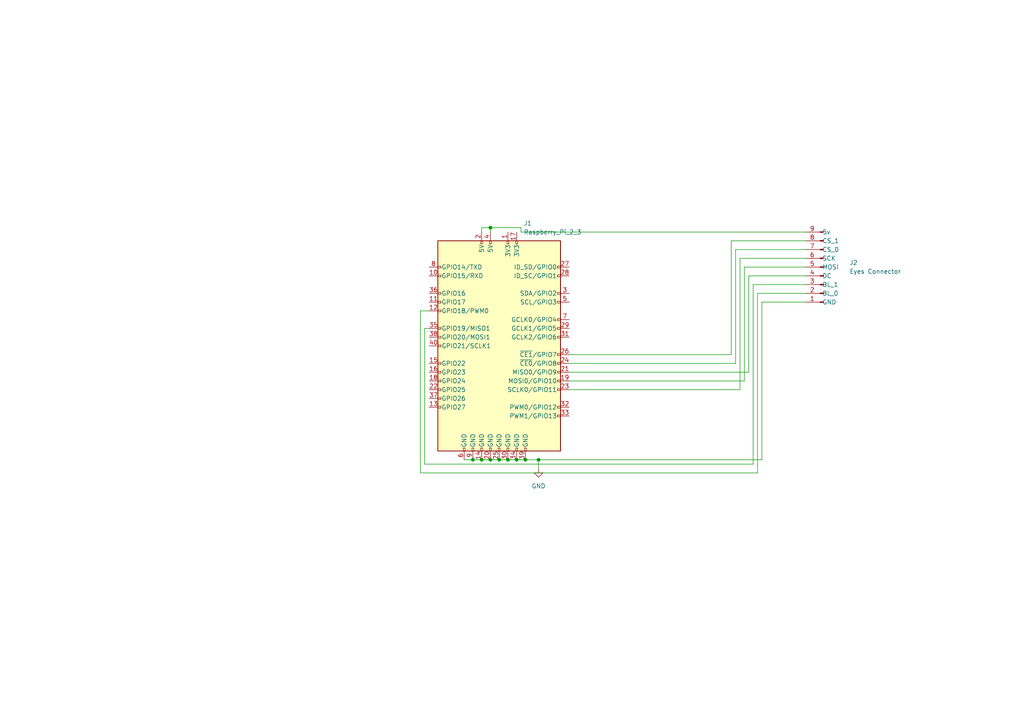
<source format=kicad_sch>
(kicad_sch (version 20211123) (generator eeschema)
  (paper "A4")
  (lib_symbols
    (symbol "Connector:Conn_01x09_Male" (pin_names (offset 1.016))
      (property "Reference" "J2" (at 1.27 1.2701 0))
      (property "Value" "Conn_01x09_Male" (at -7.62 1.27 0))
      (symbol "Conn_01x09_Male_1_1"
        (polyline (pts (xy 1.27 -10.16) (xy 0.8636 -10.16)) (stroke (width 0.1524)))
        (polyline (pts (xy 1.27 -7.62) (xy 0.8636 -7.62)) (stroke (width 0.1524)))
        (polyline (pts (xy 1.27 -5.08) (xy 0.8636 -5.08)) (stroke (width 0.1524)))
        (polyline (pts (xy 1.27 -2.54) (xy 0.8636 -2.54)) (stroke (width 0.1524)))
        (polyline (pts (xy 1.27 0) (xy 0.8636 0)) (stroke (width 0.1524)))
        (polyline (pts (xy 1.27 2.54) (xy 0.8636 2.54)) (stroke (width 0.1524)))
        (polyline (pts (xy 1.27 5.08) (xy 0.8636 5.08)) (stroke (width 0.1524)))
        (polyline (pts (xy 1.27 7.62) (xy 0.8636 7.62)) (stroke (width 0.1524)))
        (polyline (pts (xy 1.27 10.16) (xy 0.8636 10.16)) (stroke (width 0.1524)))
        (rectangle (start 0.8636 -10.033) (end 0 -10.287) (stroke (width 0.1524)) (fill (type outline)))
        (rectangle (start 0.8636 -7.493) (end 0 -7.747) (stroke (width 0.1524)) (fill (type outline)))
        (rectangle (start 0.8636 -4.953) (end 0 -5.207) (stroke (width 0.1524)) (fill (type outline)))
        (rectangle (start 0.8636 -2.413) (end 0 -2.667) (stroke (width 0.1524)) (fill (type outline)))
        (rectangle (start 0.8636 0.127) (end 0 -0.127) (stroke (width 0.1524)) (fill (type outline)))
        (rectangle (start 0.8636 2.667) (end 0 2.413) (stroke (width 0.1524)) (fill (type outline)))
        (rectangle (start 0.8636 5.207) (end 0 4.953) (stroke (width 0.1524)) (fill (type outline)))
        (rectangle (start 0.8636 7.747) (end 0 7.493) (stroke (width 0.1524)) (fill (type outline)))
        (rectangle (start 0.8636 10.287) (end 0 10.033) (stroke (width 0.1524)) (fill (type outline)))
        (pin passive line (at 5.08 10.16 180) (length 3.81) (name "GND") (number "1"))
        (pin passive line (at 5.08 7.62 180) (length 3.81) (name "BL_0") (number "2"))
        (pin passive line (at 5.08 5.08 180) (length 3.81) (name "BL_1") (number "3"))
        (pin passive line (at 5.08 2.54 180) (length 3.81) (name "DC") (number "4"))
        (pin passive line (at 5.08 0 180) (length 3.81) (name "MOSI") (number "5"))
        (pin passive line (at 5.08 -2.54 180) (length 3.81) (name "SCK") (number "6"))
        (pin passive line (at 5.08 -5.08 180) (length 3.81) (name "CS_0") (number "7"))
        (pin passive line (at 5.08 -7.62 180) (length 3.81) (name "CS_1") (number "8"))
        (pin passive line (at 5.08 -10.16 180) (length 3.81) (name "5v") (number "9"))
      )
    )
    (symbol "Connector:Raspberry_Pi_2_3" (pin_names (offset 1.016))
      (property "Reference" "J" (at -17.78 31.75 0))
      (property "Value" "Raspberry_Pi_2_3" (at 10.16 -31.75 0))
      (symbol "Raspberry_Pi_2_3_0_1"
        (rectangle (start -17.78 30.48) (end 17.78 -30.48) (stroke (width 0.254)) (fill (type background)))
      )
      (symbol "Raspberry_Pi_2_3_1_1"
        (rectangle (start -16.891 -17.526) (end -17.78 -18.034))
        (rectangle (start -16.891 -14.986) (end -17.78 -15.494))
        (rectangle (start -16.891 -12.446) (end -17.78 -12.954))
        (rectangle (start -16.891 -9.906) (end -17.78 -10.414))
        (rectangle (start -16.891 -7.366) (end -17.78 -7.874))
        (rectangle (start -16.891 -4.826) (end -17.78 -5.334))
        (rectangle (start -16.891 0.254) (end -17.78 -0.254))
        (rectangle (start -16.891 2.794) (end -17.78 2.286))
        (rectangle (start -16.891 5.334) (end -17.78 4.826))
        (rectangle (start -16.891 10.414) (end -17.78 9.906))
        (rectangle (start -16.891 12.954) (end -17.78 12.446))
        (rectangle (start -16.891 15.494) (end -17.78 14.986))
        (rectangle (start -16.891 20.574) (end -17.78 20.066))
        (rectangle (start -16.891 23.114) (end -17.78 22.606))
        (rectangle (start -10.414 -29.591) (end -9.906 -30.48))
        (rectangle (start -7.874 -29.591) (end -7.366 -30.48))
        (rectangle (start -5.334 -29.591) (end -4.826 -30.48))
        (rectangle (start -5.334 30.48) (end -4.826 29.591))
        (rectangle (start -2.794 -29.591) (end -2.286 -30.48))
        (rectangle (start -2.794 30.48) (end -2.286 29.591))
        (rectangle (start -0.254 -29.591) (end 0.254 -30.48))
        (rectangle (start 2.286 -29.591) (end 2.794 -30.48))
        (rectangle (start 2.286 30.48) (end 2.794 29.591))
        (rectangle (start 4.826 -29.591) (end 5.334 -30.48))
        (rectangle (start 4.826 30.48) (end 5.334 29.591))
        (rectangle (start 7.366 -29.591) (end 7.874 -30.48))
        (rectangle (start 17.78 -20.066) (end 16.891 -20.574))
        (rectangle (start 17.78 -17.526) (end 16.891 -18.034))
        (rectangle (start 17.78 -12.446) (end 16.891 -12.954))
        (rectangle (start 17.78 -9.906) (end 16.891 -10.414))
        (rectangle (start 17.78 -7.366) (end 16.891 -7.874))
        (rectangle (start 17.78 -4.826) (end 16.891 -5.334))
        (rectangle (start 17.78 -2.286) (end 16.891 -2.794))
        (rectangle (start 17.78 2.794) (end 16.891 2.286))
        (rectangle (start 17.78 5.334) (end 16.891 4.826))
        (rectangle (start 17.78 7.874) (end 16.891 7.366))
        (rectangle (start 17.78 12.954) (end 16.891 12.446))
        (rectangle (start 17.78 15.494) (end 16.891 14.986))
        (rectangle (start 17.78 20.574) (end 16.891 20.066))
        (rectangle (start 17.78 23.114) (end 16.891 22.606))
        (pin power_in line (at 2.54 33.02 270) (length 2.54) (name "3V3") (number "1"))
        (pin bidirectional line (at -20.32 20.32 0) (length 2.54) (name "GPIO15/RXD") (number "10"))
        (pin bidirectional line (at -20.32 12.7 0) (length 2.54) (name "GPIO17") (number "11"))
        (pin bidirectional line (at -20.32 10.16 0) (length 2.54) (name "GPIO18/PWM0") (number "12"))
        (pin bidirectional line (at -20.32 -17.78 0) (length 2.54) (name "GPIO27") (number "13"))
        (pin power_in line (at -5.08 -33.02 90) (length 2.54) (name "GND") (number "14"))
        (pin bidirectional line (at -20.32 -5.08 0) (length 2.54) (name "GPIO22") (number "15"))
        (pin bidirectional line (at -20.32 -7.62 0) (length 2.54) (name "GPIO23") (number "16"))
        (pin power_in line (at 5.08 33.02 270) (length 2.54) (name "3V3") (number "17"))
        (pin bidirectional line (at -20.32 -10.16 0) (length 2.54) (name "GPIO24") (number "18"))
        (pin bidirectional line (at 20.32 -10.16 180) (length 2.54) (name "MOSI0/GPIO10") (number "19"))
        (pin power_in line (at -5.08 33.02 270) (length 2.54) (name "5V") (number "2"))
        (pin power_in line (at -2.54 -33.02 90) (length 2.54) (name "GND") (number "20"))
        (pin bidirectional line (at 20.32 -7.62 180) (length 2.54) (name "MISO0/GPIO9") (number "21"))
        (pin bidirectional line (at -20.32 -12.7 0) (length 2.54) (name "GPIO25") (number "22"))
        (pin bidirectional line (at 20.32 -12.7 180) (length 2.54) (name "SCLK0/GPIO11") (number "23"))
        (pin bidirectional line (at 20.32 -5.08 180) (length 2.54) (name "~{CE0}/GPIO8") (number "24"))
        (pin power_in line (at 0 -33.02 90) (length 2.54) (name "GND") (number "25"))
        (pin bidirectional line (at 20.32 -2.54 180) (length 2.54) (name "~{CE1}/GPIO7") (number "26"))
        (pin bidirectional line (at 20.32 22.86 180) (length 2.54) (name "ID_SD/GPIO0") (number "27"))
        (pin bidirectional line (at 20.32 20.32 180) (length 2.54) (name "ID_SC/GPIO1") (number "28"))
        (pin bidirectional line (at 20.32 5.08 180) (length 2.54) (name "GCLK1/GPIO5") (number "29"))
        (pin bidirectional line (at 20.32 15.24 180) (length 2.54) (name "SDA/GPIO2") (number "3"))
        (pin power_in line (at 2.54 -33.02 90) (length 2.54) (name "GND") (number "30"))
        (pin bidirectional line (at 20.32 2.54 180) (length 2.54) (name "GCLK2/GPIO6") (number "31"))
        (pin bidirectional line (at 20.32 -17.78 180) (length 2.54) (name "PWM0/GPIO12") (number "32"))
        (pin bidirectional line (at 20.32 -20.32 180) (length 2.54) (name "PWM1/GPIO13") (number "33"))
        (pin power_in line (at 5.08 -33.02 90) (length 2.54) (name "GND") (number "34"))
        (pin bidirectional line (at -20.32 5.08 0) (length 2.54) (name "GPIO19/MISO1") (number "35"))
        (pin bidirectional line (at -20.32 15.24 0) (length 2.54) (name "GPIO16") (number "36"))
        (pin bidirectional line (at -20.32 -15.24 0) (length 2.54) (name "GPIO26") (number "37"))
        (pin bidirectional line (at -20.32 2.54 0) (length 2.54) (name "GPIO20/MOSI1") (number "38"))
        (pin power_in line (at 7.62 -33.02 90) (length 2.54) (name "GND") (number "39"))
        (pin power_in line (at -2.54 33.02 270) (length 2.54) (name "5V") (number "4"))
        (pin bidirectional line (at -20.32 0 0) (length 2.54) (name "GPIO21/SCLK1") (number "40"))
        (pin bidirectional line (at 20.32 12.7 180) (length 2.54) (name "SCL/GPIO3") (number "5"))
        (pin power_in line (at -10.16 -33.02 90) (length 2.54) (name "GND") (number "6"))
        (pin bidirectional line (at 20.32 7.62 180) (length 2.54) (name "GCLK0/GPIO4") (number "7"))
        (pin bidirectional line (at -20.32 22.86 0) (length 2.54) (name "GPIO14/TXD") (number "8"))
        (pin power_in line (at -7.62 -33.02 90) (length 2.54) (name "GND") (number "9"))
      )
    )
    (symbol "power:GND" (power) (pin_names (offset 0))
      (property "Value" "GND" (at 0 -3.81 0))
      (symbol "GND_0_1"
        (polyline (pts (xy 0 0) (xy 0 -1.27) (xy 1.27 -1.27) (xy 0 -2.54) (xy -1.27 -1.27) (xy 0 -1.27)))
      )
      (symbol "GND_1_1"
        (pin power_in line (at 0 0 270) (length 0) hide (name "GND") (number "1"))
      )
    )
  )
  (junction (at 139.7 133.35))
  (junction (at 142.24 133.35))
  (junction (at 142.24 66.04))
  (junction (at 152.4 133.35))
  (junction (at 144.78 133.35))
  (junction (at 156.21 133.35))
  (junction (at 149.86 133.35))
  (junction (at 137.16 133.35))
  (junction (at 147.32 133.35))
  (wire (pts (xy 233.68 67.31) (xy 151.13 67.31)))
  (wire (pts (xy 121.92 137.16) (xy 219.71 137.16)))
  (wire (pts (xy 144.78 133.35) (xy 147.32 133.35)))
  (wire (pts (xy 156.21 133.35) (xy 220.98 133.35)))
  (wire (pts (xy 137.16 133.35) (xy 139.7 133.35)))
  (wire (pts (xy 212.09 69.85) (xy 233.68 69.85)))
  (wire (pts (xy 165.1 105.41) (xy 213.36 105.41)))
  (wire (pts (xy 139.7 66.04) (xy 142.24 66.04)))
  (wire (pts (xy 220.98 87.63) (xy 220.98 133.35)))
  (wire (pts (xy 233.68 85.09) (xy 219.71 85.09)))
  (wire (pts (xy 214.63 74.93) (xy 233.68 74.93)))
  (wire (pts (xy 212.09 102.87) (xy 212.09 69.85)))
  (wire (pts (xy 123.19 95.25) (xy 124.46 95.25)))
  (wire (pts (xy 217.17 80.01) (xy 217.17 107.95)))
  (wire (pts (xy 147.32 133.35) (xy 149.86 133.35)))
  (wire (pts (xy 139.7 67.31) (xy 139.7 66.04)))
  (wire (pts (xy 151.13 67.31) (xy 151.13 66.04)))
  (wire (pts (xy 156.21 133.35) (xy 156.21 135.89)))
  (wire (pts (xy 123.19 95.25) (xy 123.19 134.62)))
  (wire (pts (xy 217.17 80.01) (xy 233.68 80.01)))
  (wire (pts (xy 213.36 105.41) (xy 213.36 72.39)))
  (wire (pts (xy 215.9 77.47) (xy 233.68 77.47)))
  (wire (pts (xy 142.24 133.35) (xy 144.78 133.35)))
  (wire (pts (xy 152.4 133.35) (xy 156.21 133.35)))
  (wire (pts (xy 220.98 87.63) (xy 233.68 87.63)))
  (wire (pts (xy 151.13 66.04) (xy 142.24 66.04)))
  (wire (pts (xy 165.1 107.95) (xy 217.17 107.95)))
  (wire (pts (xy 142.24 66.04) (xy 142.24 67.31)))
  (wire (pts (xy 124.46 90.17) (xy 121.92 90.17)))
  (wire (pts (xy 215.9 77.47) (xy 215.9 110.49)))
  (wire (pts (xy 213.36 72.39) (xy 233.68 72.39)))
  (wire (pts (xy 165.1 110.49) (xy 215.9 110.49)))
  (wire (pts (xy 165.1 102.87) (xy 212.09 102.87)))
  (wire (pts (xy 149.86 133.35) (xy 152.4 133.35)))
  (wire (pts (xy 214.63 74.93) (xy 214.63 113.03)))
  (wire (pts (xy 219.71 85.09) (xy 219.71 137.16)))
  (wire (pts (xy 218.44 134.62) (xy 123.19 134.62)))
  (wire (pts (xy 218.44 82.55) (xy 233.68 82.55)))
  (wire (pts (xy 139.7 133.35) (xy 142.24 133.35)))
  (wire (pts (xy 218.44 82.55) (xy 218.44 134.62)))
  (wire (pts (xy 121.92 90.17) (xy 121.92 137.16)))
  (wire (pts (xy 165.1 113.03) (xy 214.63 113.03)))
  (wire (pts (xy 134.62 133.35) (xy 137.16 133.35)))
  (symbol (lib_id "Connector:Conn_01x09_Male") (at 238.76 77.47 180) (unit 1)
    (property "Reference" "J2" (at 246.38 76.2 0) (effects (justify right)))
    (property "Value" "Eyes Connector" (at 246.38 78.74 0) (effects (justify right)))
    (property "Footprint" "Connector_PinHeader_2.54mm:PinHeader_1x09_P2.54mm_Horizontal" (effects hide))
  )
  (symbol (lib_id "Connector:Raspberry_Pi_2_3") (at 144.78 100.33 0) (unit 1)
    (property "Reference" "J1" (at 151.8794 64.77 0) (effects (justify left)))
    (property "Value" "Raspberry_Pi_2_3" (at 151.8794 67.31 0) (effects (justify left)))
    (property "Footprint" "Connector_PinHeader_2.54mm:PinHeader_2x20_P2.54mm_Vertical" (effects hide))
    (property "Datasheet" "https://www.raspberrypi.org/documentation/hardware/raspberrypi/schematics/rpi_SCH_3bplus_1p0_reduced.pdf" (effects hide))
  )
  (symbol (lib_id "power:GND") (at 156.21 135.89 0) (unit 1)
    (property "Reference" "#PWR0102" (effects hide))
    (property "Value" "GND" (at 156.21 140.97 0))
  )
)
</source>
